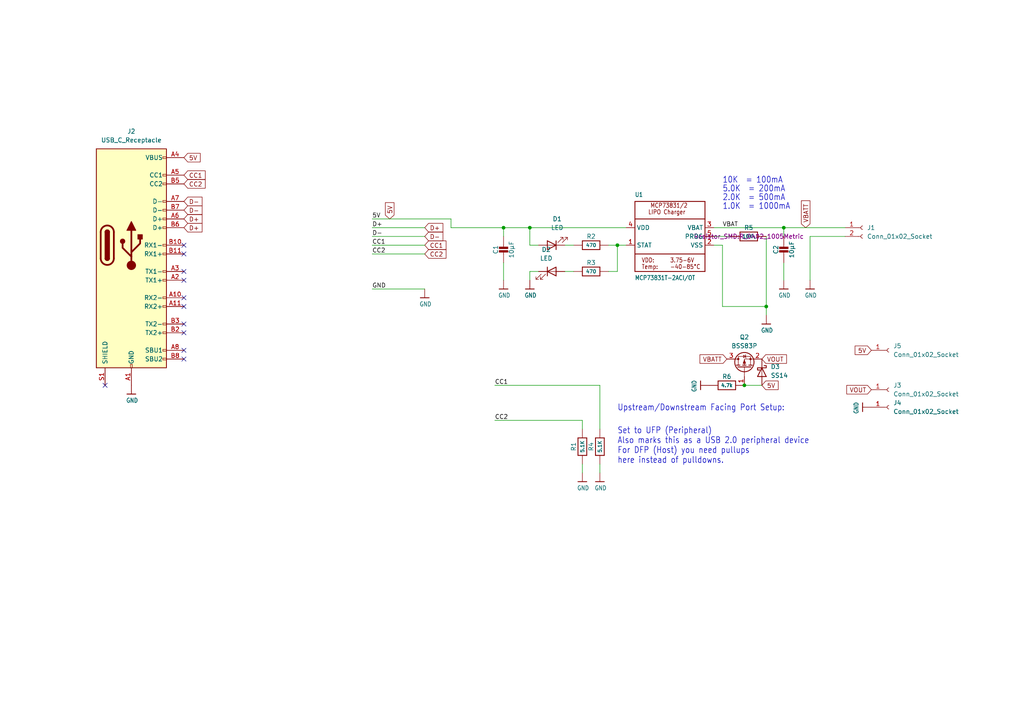
<source format=kicad_sch>
(kicad_sch (version 20231120) (generator "eeschema") (generator_version "8.0")
  (paper "A4")
  (lib_symbols
    (symbol "Adafruit USB C microlipo charger-eagle-import:microbuilder_CAP_CERAMIC0805-NOOUTLINE"
      (property "Reference" "C" (at -2.29 1.25 90))
      (symbol "microbuilder_CAP_CERAMIC0805-NOOUTLINE_1_0"
        (rectangle (start -1.27 0.508) (end 1.27 1.016) (fill (type outline)))
        (rectangle (start -1.27 1.524) (end 1.27 2.032) (fill (type outline)))
        (polyline (pts (xy 0 0.762) (xy 0 0)) (stroke (width 0.1524)))
        (polyline (pts (xy 0 2.54) (xy 0 1.778)) (stroke (width 0.1524)))
        (pin passive line (at 0 5.08 270) (length 2.54) (name "1") (number "1"))
        (pin passive line (at 0 -2.54 90) (length 2.54) (name "2") (number "2"))
      )
    )
    (symbol "Adafruit USB C microlipo charger-eagle-import:microbuilder_GND" (power)
      (symbol "microbuilder_GND_1_0"
        (polyline (pts (xy -1.27 0) (xy 1.27 0)) (stroke (width 0.254)))
        (pin power_in line (at 0 2.54 270) (length 2.54) (name "GND") (number "1"))
      )
    )
    (symbol "Adafruit USB C microlipo charger-eagle-import:microbuilder_MCP73831/2"
      (property "Reference" "U" (at -10.16 11.43 0))
      (symbol "microbuilder_MCP73831/2_1_0"
        (polyline (pts (xy -10.16 -5.08) (xy -10.16 -10.16)) (stroke (width 0.254)))
        (polyline (pts (xy -10.16 -5.08) (xy -10.16 5.08)) (stroke (width 0.254)))
        (polyline (pts (xy -10.16 5.08) (xy 10.16 5.08)) (stroke (width 0.254)))
        (polyline (pts (xy -10.16 10.16) (xy -10.16 5.08)) (stroke (width 0.254)))
        (polyline (pts (xy -10.16 10.16) (xy 10.16 10.16)) (stroke (width 0.254)))
        (polyline (pts (xy 10.16 -10.16) (xy -10.16 -10.16)) (stroke (width 0.254)))
        (polyline (pts (xy 10.16 -5.08) (xy -10.16 -5.08)) (stroke (width 0.254)))
        (polyline (pts (xy 10.16 -5.08) (xy 10.16 -10.16)) (stroke (width 0.254)))
        (polyline (pts (xy 10.16 5.08) (xy 10.16 -5.08)) (stroke (width 0.254)))
        (polyline (pts (xy 10.16 10.16) (xy 10.16 5.08)) (stroke (width 0.254)))
        (text "-40-85°C" (at 0 -9.525 0) (effects (font (size 1.27 1.0795)) (justify left bottom)))
        (text "3.75-6V" (at 0 -7.62 0) (effects (font (size 1.27 1.0795)) (justify left bottom)))
        (text "LIPO Charger" (at -6.35 6.35 0) (effects (font (size 1.27 1.0795)) (justify left bottom)))
        (text "MCP73831/2" (at -5.715 8.255 0) (effects (font (size 1.27 1.0795)) (justify left bottom)))
        (text "Temp:" (at -8.255 -9.525 0) (effects (font (size 1.27 1.0795)) (justify left bottom)))
        (text "VDD:" (at -8.255 -7.62 0) (effects (font (size 1.27 1.0795)) (justify left bottom)))
        (pin output line (at -12.7 -2.54 0) (length 2.54) (name "STAT") (number "1"))
        (pin power_in line (at 12.7 -2.54 180) (length 2.54) (name "VSS") (number "2"))
        (pin power_in line (at 12.7 2.54 180) (length 2.54) (name "VBAT") (number "3"))
        (pin power_in line (at -12.7 2.54 0) (length 2.54) (name "VDD") (number "4"))
        (pin input line (at 12.7 0 180) (length 2.54) (name "PROG") (number "5"))
      )
    )
    (symbol "Adafruit USB C microlipo charger-eagle-import:microbuilder_RESISTOR_0603_NOOUT"
      (property "Reference" "R" (at 0 2.54 0))
      (symbol "microbuilder_RESISTOR_0603_NOOUT_1_0"
        (polyline (pts (xy -2.54 -1.27) (xy -2.54 1.27)) (stroke (width 0.254)))
        (polyline (pts (xy -2.54 1.27) (xy 2.54 1.27)) (stroke (width 0.254)))
        (polyline (pts (xy 2.54 -1.27) (xy -2.54 -1.27)) (stroke (width 0.254)))
        (polyline (pts (xy 2.54 1.27) (xy 2.54 -1.27)) (stroke (width 0.254)))
        (pin passive line (at -5.08 0 0) (length 2.54) (name "1") (number "1"))
        (pin passive line (at 5.08 0 180) (length 2.54) (name "2") (number "2"))
      )
    )
    (symbol "Connector:Conn_01x01_Socket" (pin_names (offset 1.016) hide)
      (property "Reference" "J" (at 0 2.54 0))
      (property "Value" "Conn_01x01_Socket" (at 0 -2.54 0))
      (symbol "Conn_01x01_Socket_1_1"
        (polyline (pts (xy -1.27 0) (xy -0.508 0)) (stroke (width 0.1524)))
        (arc (start 0 0.508) (mid -0.5058 0) (end 0 -0.508) (stroke (width 0.1524)))
        (pin passive line (at -5.08 0 0) (length 3.81) (name "Pin_1") (number "1"))
      )
    )
    (symbol "Connector:Conn_01x02_Socket" (pin_names (offset 1.016) hide)
      (property "Reference" "J" (at 0 2.54 0))
      (property "Value" "Conn_01x02_Socket" (at 0 -5.08 0))
      (symbol "Conn_01x02_Socket_1_1"
        (arc (start 0 -2.032) (mid -0.5058 -2.54) (end 0 -3.048) (stroke (width 0.1524)))
        (polyline (pts (xy -1.27 -2.54) (xy -0.508 -2.54)) (stroke (width 0.1524)))
        (polyline (pts (xy -1.27 0) (xy -0.508 0)) (stroke (width 0.1524)))
        (arc (start 0 0.508) (mid -0.5058 0) (end 0 -0.508) (stroke (width 0.1524)))
        (pin passive line (at -5.08 0 0) (length 3.81) (name "Pin_1") (number "1"))
        (pin passive line (at -5.08 -2.54 0) (length 3.81) (name "Pin_2") (number "2"))
      )
    )
    (symbol "Connector:USB_C_Receptacle" (pin_names (offset 1.016))
      (property "Reference" "J" (at -10.16 29.21 0))
      (property "Value" "USB_C_Receptacle" (at 10.16 29.21 0))
      (symbol "USB_C_Receptacle_0_0"
        (rectangle (start -0.254 -35.56) (end 0.254 -34.544))
        (rectangle (start 10.16 -32.766) (end 9.144 -33.274))
        (rectangle (start 10.16 -30.226) (end 9.144 -30.734))
        (rectangle (start 10.16 -25.146) (end 9.144 -25.654))
        (rectangle (start 10.16 -22.606) (end 9.144 -23.114))
        (rectangle (start 10.16 -17.526) (end 9.144 -18.034))
        (rectangle (start 10.16 -14.986) (end 9.144 -15.494))
        (rectangle (start 10.16 -9.906) (end 9.144 -10.414))
        (rectangle (start 10.16 -7.366) (end 9.144 -7.874))
        (rectangle (start 10.16 -2.286) (end 9.144 -2.794))
        (rectangle (start 10.16 0.254) (end 9.144 -0.254))
        (rectangle (start 10.16 5.334) (end 9.144 4.826))
        (rectangle (start 10.16 7.874) (end 9.144 7.366))
        (rectangle (start 10.16 10.414) (end 9.144 9.906))
        (rectangle (start 10.16 12.954) (end 9.144 12.446))
        (rectangle (start 10.16 18.034) (end 9.144 17.526))
        (rectangle (start 10.16 20.574) (end 9.144 20.066))
        (rectangle (start 10.16 25.654) (end 9.144 25.146))
      )
      (symbol "USB_C_Receptacle_0_1"
        (rectangle (start -10.16 27.94) (end 10.16 -35.56) (stroke (width 0.254)) (fill (type background)))
        (arc (start -8.89 -3.81) (mid -6.985 -5.7067) (end -5.08 -3.81) (stroke (width 0.508)))
        (arc (start -7.62 -3.81) (mid -6.985 -4.4423) (end -6.35 -3.81) (stroke (width 0.254)))
        (arc (start -7.62 -3.81) (mid -6.985 -4.4423) (end -6.35 -3.81) (stroke (width 0.254)) (fill (type outline)))
        (rectangle (start -7.62 -3.81) (end -6.35 3.81) (stroke (width 0.254)) (fill (type outline)))
        (arc (start -6.35 3.81) (mid -6.985 4.4423) (end -7.62 3.81) (stroke (width 0.254)))
        (arc (start -6.35 3.81) (mid -6.985 4.4423) (end -7.62 3.81) (stroke (width 0.254)) (fill (type outline)))
        (arc (start -5.08 3.81) (mid -6.985 5.7067) (end -8.89 3.81) (stroke (width 0.508)))
        (polyline (pts (xy -8.89 -3.81) (xy -8.89 3.81)) (stroke (width 0.508)))
        (polyline (pts (xy -5.08 3.81) (xy -5.08 -3.81)) (stroke (width 0.508)))
      )
      (symbol "USB_C_Receptacle_1_1"
        (circle (center -2.54 1.143) (radius 0.635) (stroke (width 0.254)) (fill (type outline)))
        (circle (center 0 -5.842) (radius 1.27) (fill (type outline)))
        (polyline (pts (xy 0 -5.842) (xy 0 4.318)) (stroke (width 0.508)))
        (polyline (pts (xy 0 -3.302) (xy -2.54 -0.762) (xy -2.54 0.508)) (stroke (width 0.508)))
        (polyline (pts (xy 0 -2.032) (xy 2.54 0.508) (xy 2.54 1.778)) (stroke (width 0.508)))
        (polyline (pts (xy -1.27 4.318) (xy 0 6.858) (xy 1.27 4.318) (xy -1.27 4.318)) (stroke (width 0.254)) (fill (type outline)))
        (rectangle (start 1.905 1.778) (end 3.175 3.048) (stroke (width 0.254)) (fill (type outline)))
        (pin passive line (at 0 -40.64 90) (length 5.08) (name "GND") (number "A1"))
        (pin bidirectional line (at 15.24 -15.24 180) (length 5.08) (name "RX2-") (number "A10"))
        (pin bidirectional line (at 15.24 -17.78 180) (length 5.08) (name "RX2+") (number "A11"))
        (pin passive line (at 0 -40.64 90) (length 5.08) hide (name "GND") (number "A12"))
        (pin bidirectional line (at 15.24 -10.16 180) (length 5.08) (name "TX1+") (number "A2"))
        (pin bidirectional line (at 15.24 -7.62 180) (length 5.08) (name "TX1-") (number "A3"))
        (pin passive line (at 15.24 25.4 180) (length 5.08) (name "VBUS") (number "A4"))
        (pin bidirectional line (at 15.24 20.32 180) (length 5.08) (name "CC1") (number "A5"))
        (pin bidirectional line (at 15.24 7.62 180) (length 5.08) (name "D+") (number "A6"))
        (pin bidirectional line (at 15.24 12.7 180) (length 5.08) (name "D-") (number "A7"))
        (pin bidirectional line (at 15.24 -30.48 180) (length 5.08) (name "SBU1") (number "A8"))
        (pin passive line (at 15.24 25.4 180) (length 5.08) hide (name "VBUS") (number "A9"))
        (pin passive line (at 0 -40.64 90) (length 5.08) hide (name "GND") (number "B1"))
        (pin bidirectional line (at 15.24 0 180) (length 5.08) (name "RX1-") (number "B10"))
        (pin bidirectional line (at 15.24 -2.54 180) (length 5.08) (name "RX1+") (number "B11"))
        (pin passive line (at 0 -40.64 90) (length 5.08) hide (name "GND") (number "B12"))
        (pin bidirectional line (at 15.24 -25.4 180) (length 5.08) (name "TX2+") (number "B2"))
        (pin bidirectional line (at 15.24 -22.86 180) (length 5.08) (name "TX2-") (number "B3"))
        (pin passive line (at 15.24 25.4 180) (length 5.08) hide (name "VBUS") (number "B4"))
        (pin bidirectional line (at 15.24 17.78 180) (length 5.08) (name "CC2") (number "B5"))
        (pin bidirectional line (at 15.24 5.08 180) (length 5.08) (name "D+") (number "B6"))
        (pin bidirectional line (at 15.24 10.16 180) (length 5.08) (name "D-") (number "B7"))
        (pin bidirectional line (at 15.24 -33.02 180) (length 5.08) (name "SBU2") (number "B8"))
        (pin passive line (at 15.24 25.4 180) (length 5.08) hide (name "VBUS") (number "B9"))
        (pin passive line (at -7.62 -40.64 90) (length 5.08) (name "SHIELD") (number "S1"))
      )
    )
    (symbol "Device:LED" (pin_numbers hide) (pin_names (offset 1.016) hide)
      (property "Reference" "D" (at 0 2.54 0))
      (property "Value" "LED" (at 0 -2.54 0))
      (symbol "LED_0_1"
        (polyline (pts (xy -1.27 -1.27) (xy -1.27 1.27)) (stroke (width 0.254)))
        (polyline (pts (xy -1.27 0) (xy 1.27 0)))
        (polyline (pts (xy 1.27 -1.27) (xy 1.27 1.27) (xy -1.27 0) (xy 1.27 -1.27)) (stroke (width 0.254)))
        (polyline (pts (xy -3.048 -0.762) (xy -4.572 -2.286) (xy -3.81 -2.286) (xy -4.572 -2.286) (xy -4.572 -1.524)))
        (polyline (pts (xy -1.778 -0.762) (xy -3.302 -2.286) (xy -2.54 -2.286) (xy -3.302 -2.286) (xy -3.302 -1.524)))
      )
      (symbol "LED_1_1"
        (pin passive line (at -3.81 0 0) (length 2.54) (name "K") (number "1"))
        (pin passive line (at 3.81 0 180) (length 2.54) (name "A") (number "2"))
      )
    )
    (symbol "Diode:SS18" (pin_numbers hide) (pin_names (offset 1.016) hide)
      (property "Reference" "D" (at 0 2.54 0))
      (property "Value" "SS18" (at 0 -2.54 0))
      (symbol "SS18_0_1"
        (polyline (pts (xy 1.27 0) (xy -1.27 0)))
        (polyline (pts (xy 1.27 1.27) (xy 1.27 -1.27) (xy -1.27 0) (xy 1.27 1.27)) (stroke (width 0.254)))
        (polyline (pts (xy -1.905 0.635) (xy -1.905 1.27) (xy -1.27 1.27) (xy -1.27 -1.27) (xy -0.635 -1.27) (xy -0.635 -0.635)) (stroke (width 0.254)))
      )
      (symbol "SS18_1_1"
        (pin passive line (at -3.81 0 0) (length 2.54) (name "K") (number "1"))
        (pin passive line (at 3.81 0 180) (length 2.54) (name "A") (number "2"))
      )
    )
    (symbol "Transistor_FET:BSS83P" (pin_names hide)
      (property "Reference" "Q" (at 5.08 1.905 0))
      (property "Value" "BSS83P" (at 5.08 0 0))
      (symbol "BSS83P_0_1"
        (polyline (pts (xy 0.254 0) (xy -2.54 0)))
        (polyline (pts (xy 0.254 1.905) (xy 0.254 -1.905)) (stroke (width 0.254)))
        (polyline (pts (xy 0.762 -1.27) (xy 0.762 -2.286)) (stroke (width 0.254)))
        (polyline (pts (xy 0.762 0.508) (xy 0.762 -0.508)) (stroke (width 0.254)))
        (polyline (pts (xy 0.762 2.286) (xy 0.762 1.27)) (stroke (width 0.254)))
        (polyline (pts (xy 2.54 2.54) (xy 2.54 1.778)))
        (polyline (pts (xy 2.54 -2.54) (xy 2.54 0) (xy 0.762 0)))
        (polyline (pts (xy 0.762 1.778) (xy 3.302 1.778) (xy 3.302 -1.778) (xy 0.762 -1.778)))
        (polyline (pts (xy 2.286 0) (xy 1.27 0.381) (xy 1.27 -0.381) (xy 2.286 0)) (fill (type outline)))
        (polyline (pts (xy 2.794 -0.508) (xy 2.921 -0.381) (xy 3.683 -0.381) (xy 3.81 -0.254)))
        (polyline (pts (xy 3.302 -0.381) (xy 2.921 0.254) (xy 3.683 0.254) (xy 3.302 -0.381)))
        (circle (center 1.651 0) (radius 2.794) (stroke (width 0.254)))
        (circle (center 2.54 -1.778) (radius 0.254) (fill (type outline)))
        (circle (center 2.54 1.778) (radius 0.254) (fill (type outline)))
      )
      (symbol "BSS83P_1_1"
        (pin input line (at -5.08 0 0) (length 2.54) (name "G") (number "1"))
        (pin passive line (at 2.54 -5.08 90) (length 2.54) (name "S") (number "2"))
        (pin passive line (at 2.54 5.08 270) (length 2.54) (name "D") (number "3"))
      )
    )
  )
  (junction (at 215.9 111.76))
  (junction (at 153.67 66.04))
  (junction (at 146.05 66.04))
  (junction (at 179.07 71.12))
  (junction (at 222.25 88.9))
  (junction (at 227.33 66.04))
  (no_connect (at 53.34 86.36))
  (no_connect (at 53.34 73.66))
  (no_connect (at 53.34 78.74))
  (no_connect (at 53.34 93.98))
  (no_connect (at 53.34 88.9))
  (no_connect (at 53.34 81.28))
  (no_connect (at 53.34 104.14))
  (no_connect (at 53.34 71.12))
  (no_connect (at 53.34 101.6))
  (no_connect (at 53.34 96.52))
  (no_connect (at 30.48 111.76))
  (wire (pts (xy 107.95 73.66) (xy 123.19 73.66)) (stroke (width 0.1524)))
  (wire (pts (xy 179.07 71.12) (xy 181.61 71.12)) (stroke (width 0.1524)))
  (wire (pts (xy 168.91 134.62) (xy 168.91 137.16)) (stroke (width 0.1524)))
  (wire (pts (xy 222.25 68.58) (xy 222.25 88.9)) (stroke (width 0.1524)))
  (wire (pts (xy 179.07 78.74) (xy 179.07 71.12)) (stroke (width 0.1524)))
  (wire (pts (xy 168.91 121.92) (xy 168.91 124.46)) (stroke (width 0.1524)))
  (wire (pts (xy 166.37 78.74) (xy 163.83 78.74)) (stroke (width 0.1524)))
  (wire (pts (xy 107.95 66.04) (xy 123.19 66.04)) (stroke (width 0.1524)))
  (wire (pts (xy 176.53 71.12) (xy 179.07 71.12)) (stroke (width 0.1524)))
  (wire (pts (xy 227.33 68.58) (xy 227.33 66.04)) (stroke (width 0.1524)))
  (wire (pts (xy 153.67 78.74) (xy 153.67 81.28)) (stroke (width 0.1524)))
  (wire (pts (xy 146.05 76.2) (xy 146.05 81.28)) (stroke (width 0.1524)))
  (wire (pts (xy 209.55 71.12) (xy 209.55 88.9)) (stroke (width 0.1524)))
  (wire (pts (xy 176.53 78.74) (xy 179.07 78.74)) (stroke (width 0.1524)))
  (wire (pts (xy 227.33 66.04) (xy 245.11 66.04)) (stroke (width 0.1524)))
  (wire (pts (xy 153.67 71.12) (xy 153.67 66.04)) (stroke (width 0.1524)))
  (wire (pts (xy 156.21 78.74) (xy 153.67 78.74)) (stroke (width 0.1524)))
  (wire (pts (xy 107.95 68.58) (xy 123.19 68.58)) (stroke (width 0.1524)))
  (wire (pts (xy 130.81 63.5) (xy 107.95 63.5)) (stroke (width 0.1524)))
  (wire (pts (xy 146.05 66.04) (xy 153.67 66.04)) (stroke (width 0.1524)))
  (wire (pts (xy 234.95 68.58) (xy 245.11 68.58)) (stroke (width 0.1524)))
  (wire (pts (xy 207.01 71.12) (xy 209.55 71.12)) (stroke (width 0.1524)))
  (wire (pts (xy 209.55 88.9) (xy 222.25 88.9)) (stroke (width 0.1524)))
  (wire (pts (xy 227.33 76.2) (xy 227.33 81.28)) (stroke (width 0.1524)))
  (wire (pts (xy 107.95 71.12) (xy 123.19 71.12)) (stroke (width 0.1524)))
  (wire (pts (xy 173.99 137.16) (xy 173.99 134.62)) (stroke (width 0.1524)))
  (wire (pts (xy 130.81 66.04) (xy 146.05 66.04)) (stroke (width 0.1524)))
  (wire (pts (xy 153.67 66.04) (xy 181.61 66.04)) (stroke (width 0.1524)))
  (wire (pts (xy 123.19 83.82) (xy 107.95 83.82)) (stroke (width 0.1524)))
  (wire (pts (xy 143.51 111.76) (xy 173.99 111.76)) (stroke (width 0.1524)))
  (wire (pts (xy 143.51 121.92) (xy 168.91 121.92)) (stroke (width 0.1524)))
  (wire (pts (xy 146.05 68.58) (xy 146.05 66.04)) (stroke (width 0.1524)))
  (wire (pts (xy 207.01 68.58) (xy 212.09 68.58)) (stroke (width 0.1524)))
  (wire (pts (xy 215.9 111.76) (xy 220.98 111.76)))
  (wire (pts (xy 227.33 66.04) (xy 207.01 66.04)) (stroke (width 0.1524)))
  (wire (pts (xy 222.25 88.9) (xy 222.25 91.44)) (stroke (width 0.1524)))
  (wire (pts (xy 156.21 71.12) (xy 153.67 71.12)) (stroke (width 0.1524)))
  (wire (pts (xy 234.95 68.58) (xy 234.95 81.28)) (stroke (width 0.1524)))
  (wire (pts (xy 130.81 63.5) (xy 130.81 66.04)) (stroke (width 0.1524)))
  (wire (pts (xy 173.99 111.76) (xy 173.99 124.46)) (stroke (width 0.1524)))
  (wire (pts (xy 163.83 71.12) (xy 166.37 71.12)) (stroke (width 0.1524)))
  (text "5.0K  = 200mA" (at 209.55 55.88 0) (effects (font (size 1.778 1.5113)) (justify left bottom)))
  (text "Upstream/Downstream Facing Port Setup:" (at 179.07 119.38 0) (effects (font (size 1.778 1.5113)) (justify left bottom)))
  (text "1.0K  = 1000mA" (at 209.55 60.96 0) (effects (font (size 1.778 1.5113)) (justify left bottom)))
  (text "2.0K  = 500mA" (at 209.55 58.42 0) (effects (font (size 1.778 1.5113)) (justify left bottom)))
  (text "Set to UFP (Peripheral)\nAlso marks this as a USB 2.0 peripheral device\nFor DFP (Host) you need pullups\nhere instead of pulldowns." (at 179.07 134.62 0) (effects (font (size 1.778 1.5113)) (justify left bottom)))
  (text "10K  = 100mA" (at 209.55 53.34 0) (effects (font (size 1.778 1.5113)) (justify left bottom)))
  (label "CC2" (at 143.51 121.92 0) (effects (font (size 1.2446 1.2446))))
  (label "CC1" (at 107.95 71.12 0) (effects (font (size 1.2446 1.2446))))
  (label "GND" (at 107.95 83.82 0) (effects (font (size 1.2446 1.2446))))
  (label "CC2" (at 107.95 73.66 0) (effects (font (size 1.2446 1.2446))))
  (label "VBAT" (at 209.55 66.04 0) (effects (font (size 1.2446 1.2446))))
  (label "D-" (at 107.95 68.58 0) (effects (font (size 1.2446 1.2446))))
  (label "5V" (at 107.95 63.5 0) (effects (font (size 1.2446 1.2446))))
  (label "D+" (at 107.95 66.04 0) (effects (font (size 1.2446 1.2446))))
  (label "CC1" (at 143.51 111.76 0) (effects (font (size 1.2446 1.2446))))
  (global_label "5V" (shape input) (at 252.73 101.6 180) (property "Intersheetrefs" "${INTERSHEET_REFS}" (effects (hide yes))))
  (global_label "CC2" (shape input) (at 123.19 73.66 0) (property "Intersheetrefs" "${INTERSHEET_REFS}" (effects (hide yes))))
  (global_label "VOUT" (shape input) (at 220.98 104.14 0) (property "Intersheetrefs" "${INTERSHEET_REFS}" (effects (hide yes))))
  (global_label "5V" (shape input) (at 113.03 63.5 90) (property "Intersheetrefs" "${INTERSHEET_REFS}" (effects (hide yes))))
  (global_label "D+" (shape input) (at 123.19 66.04 0) (property "Intersheetrefs" "${INTERSHEET_REFS}" (effects (hide yes))))
  (global_label "CC1" (shape input) (at 123.19 71.12 0) (property "Intersheetrefs" "${INTERSHEET_REFS}" (effects (hide yes))))
  (global_label "D+" (shape input) (at 53.34 66.04 0) (property "Intersheetrefs" "${INTERSHEET_REFS}" (effects (hide yes))))
  (global_label "D-" (shape input) (at 123.19 68.58 0) (property "Intersheetrefs" "${INTERSHEET_REFS}" (effects (hide yes))))
  (global_label "5V" (shape input) (at 53.34 45.72 0) (property "Intersheetrefs" "${INTERSHEET_REFS}" (effects (hide yes))))
  (global_label "5V" (shape input) (at 220.98 111.76 0) (property "Intersheetrefs" "${INTERSHEET_REFS}" (effects (hide yes))))
  (global_label "D-" (shape input) (at 53.34 60.96 0) (property "Intersheetrefs" "${INTERSHEET_REFS}" (effects (hide yes))))
  (global_label "VBATT" (shape input) (at 210.82 104.14 180) (property "Intersheetrefs" "${INTERSHEET_REFS}" (effects (hide yes))))
  (global_label "CC2" (shape input) (at 53.34 53.34 0) (property "Intersheetrefs" "${INTERSHEET_REFS}" (effects (hide yes))))
  (global_label "VBATT" (shape input) (at 233.68 66.04 90) (property "Intersheetrefs" "${INTERSHEET_REFS}" (effects (hide yes))))
  (global_label "VOUT" (shape input) (at 252.73 113.03 180) (property "Intersheetrefs" "${INTERSHEET_REFS}" (effects (hide yes))))
  (global_label "D+" (shape input) (at 53.34 63.5 0) (property "Intersheetrefs" "${INTERSHEET_REFS}" (effects (hide yes))))
  (global_label "CC1" (shape input) (at 53.34 50.8 0) (property "Intersheetrefs" "${INTERSHEET_REFS}" (effects (hide yes))))
  (global_label "D-" (shape input) (at 53.34 58.42 0) (property "Intersheetrefs" "${INTERSHEET_REFS}" (effects (hide yes))))
  (symbol (lib_id "Adafruit USB C microlipo charger-eagle-import:microbuilder_GND") (at 173.99 139.7 0) (unit 1)
    (property "Reference" "#U$05" (effects (hide yes)))
    (property "Value" "GND" (at 172.466 142.24 0) (effects (font (size 1.27 1.0795)) (justify left bottom)))
  )
  (symbol (lib_id "Connector:USB_C_Receptacle") (at 38.1 71.12 0) (unit 1)
    (property "Reference" "J2" (at 38.1 38.1 0))
    (property "Value" "USB_C_Receptacle" (at 38.1 40.64 0))
    (property "Footprint" "Connector_USB:USB_C_Receptacle_GCT_USB4125-xx-x-0190_6P_TopMnt_Horizontal" (effects (hide yes)))
    (property "Datasheet" "https://www.usb.org/sites/default/files/documents/usb_type-c.zip" (effects (hide yes)))
    (property "Description" "USB Full-Featured Type-C Receptacle connector" (effects (hide yes)))
    (property "JLCPCB" "C29780875" (effects (hide yes)))
  )
  (symbol (lib_id "Adafruit USB C microlipo charger-eagle-import:microbuilder_GND") (at 250.19 118.11 270) (unit 1)
    (property "Reference" "#U$010" (effects (hide yes)))
    (property "Value" "GND" (at 247.65 116.586 0) (effects (font (size 1.27 1.0795)) (justify left bottom)))
  )
  (symbol (lib_id "Adafruit USB C microlipo charger-eagle-import:microbuilder_RESISTOR_0603_NOOUT") (at 210.82 111.76 0) (unit 1)
    (property "Reference" "R6" (at 210.82 109.22 0))
    (property "Value" "4.7k" (at 210.82 111.76 0) (effects (font (size 1.016 1.016) (bold yes))))
    (property "Footprint" "Resistor_SMD:R_0402_1005Metric" (effects (hide yes)))
  )
  (symbol (lib_id "Transistor_FET:BSS83P") (at 215.9 106.68 90) (unit 1)
    (property "Reference" "Q2" (at 215.9 97.79 90))
    (property "Value" "BSS83P" (at 215.9 100.33 90))
    (property "Footprint" "Package_TO_SOT_SMD:SOT-23" (effects (hide yes)))
    (property "Datasheet" "http://www.farnell.com/datasheets/1835997.pdf" (effects (hide yes)))
    (property "Description" "-0.33A Id, -60V Vds, P-Channel MOSFET, SOT-23" (effects (hide yes)))
    (property "JLCPCB" "C10487" (effects (hide yes)))
  )
  (symbol (lib_id "Adafruit USB C microlipo charger-eagle-import:microbuilder_CAP_CERAMIC0805-NOOUTLINE") (at 146.05 73.66 0) (unit 1)
    (property "Reference" "C1" (at 143.76 72.41 90))
    (property "Value" "10µF" (at 148.35 72.41 90))
    (property "Footprint" "Capacitor_SMD:C_0402_1005Metric" (effects (hide yes)))
  )
  (symbol (lib_id "Connector:Conn_01x01_Socket") (at 257.81 113.03 0) (unit 1)
    (property "Reference" "J3" (at 259.08 111.7599 0) (effects (justify left)))
    (property "Value" "Conn_01x02_Socket" (at 259.08 114.2999 0) (effects (justify left)))
    (property "Footprint" "Connector_PinHeader_2.54mm:PinHeader_1x01_P2.54mm_Vertical" (effects (hide yes)))
    (property "Description" "Generic connector, single row, 01x01, script generated" (effects (hide yes)))
  )
  (symbol (lib_id "Adafruit USB C microlipo charger-eagle-import:microbuilder_CAP_CERAMIC0805-NOOUTLINE") (at 227.33 73.66 0) (unit 1)
    (property "Reference" "C2" (at 225.04 72.41 90))
    (property "Value" "10µF" (at 229.63 72.41 90))
    (property "Footprint" "Capacitor_SMD:C_0402_1005Metric" (effects (hide yes)))
  )
  (symbol (lib_id "Adafruit USB C microlipo charger-eagle-import:microbuilder_RESISTOR_0603_NOOUT") (at 171.45 78.74 0) (unit 1)
    (property "Reference" "R3" (at 171.45 76.2 0))
    (property "Value" "470" (at 171.45 78.74 0) (effects (font (size 1.016 1.016) (bold yes))))
    (property "Footprint" "Resistor_SMD:R_0402_1005Metric" (effects (hide yes)))
  )
  (symbol (lib_id "Adafruit USB C microlipo charger-eagle-import:microbuilder_GND") (at 203.2 111.76 270) (unit 1)
    (property "Reference" "#U$011" (effects (hide yes)))
    (property "Value" "GND" (at 200.66 110.236 0) (effects (font (size 1.27 1.0795)) (justify left bottom)))
  )
  (symbol (lib_id "Adafruit USB C microlipo charger-eagle-import:microbuilder_RESISTOR_0603_NOOUT") (at 168.91 129.54 90) (unit 1)
    (property "Reference" "R1" (at 166.37 129.54 0))
    (property "Value" "5.1K" (at 168.91 129.54 0) (effects (font (size 1.016 1.016) (bold yes))))
    (property "Footprint" "Resistor_SMD:R_0402_1005Metric" (effects (hide yes)))
  )
  (symbol (lib_id "Adafruit USB C microlipo charger-eagle-import:microbuilder_RESISTOR_0603_NOOUT") (at 171.45 71.12 0) (unit 1)
    (property "Reference" "R2" (at 171.45 68.58 0))
    (property "Value" "470" (at 171.45 71.12 0) (effects (font (size 1.016 1.016) (bold yes))))
    (property "Footprint" "Resistor_SMD:R_0402_1005Metric" (effects (hide yes)))
  )
  (symbol (lib_id "Adafruit USB C microlipo charger-eagle-import:microbuilder_RESISTOR_0603_NOOUT") (at 217.17 68.58 0) (unit 1)
    (property "Reference" "R5" (at 217.17 66.04 0))
    (property "Value" "10K\\" (at 217.17 68.58 0) (effects (font (size 1.016 1.016) (bold yes))))
    (property "Footprint" "Resistor_SMD:R_0402_1005Metric" (at 217.17 68.58 0))
  )
  (symbol (lib_id "Adafruit USB C microlipo charger-eagle-import:microbuilder_GND") (at 222.25 93.98 0) (unit 1)
    (property "Reference" "#U$06" (effects (hide yes)))
    (property "Value" "GND" (at 220.726 96.52 0) (effects (font (size 1.27 1.0795)) (justify left bottom)))
  )
  (symbol (lib_id "Adafruit USB C microlipo charger-eagle-import:microbuilder_GND") (at 38.1 114.3 0) (unit 1)
    (property "Reference" "#U$09" (effects (hide yes)))
    (property "Value" "GND" (at 36.576 116.84 0) (effects (font (size 1.27 1.0795)) (justify left bottom)))
  )
  (symbol (lib_id "Device:LED") (at 160.02 78.74 0) (unit 1)
    (property "Reference" "D2" (at 158.4325 72.39 0))
    (property "Value" "LED" (at 158.4325 74.93 0))
    (property "Footprint" "LED_SMD:LED_0402_1005Metric" (effects (hide yes)))
    (property "Description" "Light emitting diode" (effects (hide yes)))
  )
  (symbol (lib_id "Adafruit USB C microlipo charger-eagle-import:microbuilder_GND") (at 146.05 83.82 0) (unit 1)
    (property "Reference" "#U$02" (effects (hide yes)))
    (property "Value" "GND" (at 144.526 86.36 0) (effects (font (size 1.27 1.0795)) (justify left bottom)))
  )
  (symbol (lib_id "Adafruit USB C microlipo charger-eagle-import:microbuilder_RESISTOR_0603_NOOUT") (at 173.99 129.54 90) (unit 1)
    (property "Reference" "R4" (at 171.45 129.54 0))
    (property "Value" "5.1K" (at 173.99 129.54 0) (effects (font (size 1.016 1.016) (bold yes))))
    (property "Footprint" "Resistor_SMD:R_0402_1005Metric" (effects (hide yes)))
  )
  (symbol (lib_id "Adafruit USB C microlipo charger-eagle-import:microbuilder_GND") (at 168.91 139.7 0) (unit 1)
    (property "Reference" "#U$04" (effects (hide yes)))
    (property "Value" "GND" (at 167.386 142.24 0) (effects (font (size 1.27 1.0795)) (justify left bottom)))
  )
  (symbol (lib_id "Connector:Conn_01x02_Socket") (at 250.19 66.04 0) (unit 1)
    (property "Reference" "J1" (at 251.46 66.0399 0) (effects (justify left)))
    (property "Value" "Conn_01x02_Socket" (at 251.46 68.5799 0) (effects (justify left)))
    (property "Footprint" "Connector_PinHeader_2.54mm:PinHeader_1x02_P2.54mm_Vertical" (effects (hide yes)))
    (property "Description" "Generic connector, single row, 01x02, script generated" (effects (hide yes)))
  )
  (symbol (lib_id "Device:LED") (at 160.02 71.12 180) (unit 1)
    (property "Reference" "D1" (at 161.6075 63.5 0))
    (property "Value" "LED" (at 161.6075 66.04 0))
    (property "Footprint" "LED_SMD:LED_0402_1005Metric" (effects (hide yes)))
    (property "Description" "Light emitting diode" (effects (hide yes)))
  )
  (symbol (lib_id "Adafruit USB C microlipo charger-eagle-import:microbuilder_GND") (at 227.33 83.82 0) (unit 1)
    (property "Reference" "#U$07" (effects (hide yes)))
    (property "Value" "GND" (at 225.806 86.36 0) (effects (font (size 1.27 1.0795)) (justify left bottom)))
  )
  (symbol (lib_id "Adafruit USB C microlipo charger-eagle-import:microbuilder_GND") (at 234.95 83.82 0) (unit 1)
    (property "Reference" "#U$08" (effects (hide yes)))
    (property "Value" "GND" (at 233.426 86.36 0) (effects (font (size 1.27 1.0795)) (justify left bottom)))
  )
  (symbol (lib_id "Adafruit USB C microlipo charger-eagle-import:microbuilder_GND") (at 123.19 86.36 0) (unit 1)
    (property "Reference" "#U$01" (effects (hide yes)))
    (property "Value" "GND" (at 121.666 88.9 0) (effects (font (size 1.27 1.0795)) (justify left bottom)))
  )
  (symbol (lib_id "Connector:Conn_01x01_Socket") (at 257.81 101.6 0) (unit 1)
    (property "Reference" "J5" (at 259.08 100.3299 0) (effects (justify left)))
    (property "Value" "Conn_01x02_Socket" (at 259.08 102.8699 0) (effects (justify left)))
    (property "Footprint" "Connector_PinHeader_2.54mm:PinHeader_1x01_P2.54mm_Vertical" (effects (hide yes)))
    (property "Description" "Generic connector, single row, 01x01, script generated" (effects (hide yes)))
  )
  (symbol (lib_id "Connector:Conn_01x01_Socket") (at 257.81 118.11 0) (unit 1)
    (property "Reference" "J4" (at 259.08 116.8399 0) (effects (justify left)))
    (property "Value" "Conn_01x02_Socket" (at 259.08 119.3799 0) (effects (justify left)))
    (property "Footprint" "Connector_PinHeader_2.54mm:PinHeader_1x01_P2.54mm_Vertical" (effects (hide yes)))
    (property "Description" "Generic connector, single row, 01x01, script generated" (effects (hide yes)))
  )
  (symbol (lib_id "Diode:SS18") (at 220.98 107.95 270) (unit 1)
    (property "Reference" "D3" (at 223.52 106.3624 90) (effects (justify left)))
    (property "Value" "SS14" (at 223.52 108.9024 90) (effects (justify left)))
    (property "Footprint" "Diode_SMD:D_SMA" (effects (hide yes)))
    (property "Datasheet" "https://www.smc-diodes.com/propdf/SS12-SS110%20N0229%20REV.C.pdf" (effects (hide yes)))
    (property "Description" "80V 1A Schottky Diode, SMA" (effects (hide yes)))
    (property "JLCPCB" "C2480" (effects (hide yes)))
  )
  (symbol (lib_id "Adafruit USB C microlipo charger-eagle-import:microbuilder_MCP73831/2") (at 194.31 68.58 0) (unit 1)
    (property "Reference" "U1" (at 184.15 57.15 0) (effects (font (size 1.27 1.0795)) (justify left bottom)))
    (property "Value" "MCP73831T-2ACI/OT" (at 184.15 81.28 0) (effects (font (size 1.27 1.0795)) (justify left bottom)))
    (property "Footprint" "Package_TO_SOT_SMD:SOT-23-5" (effects (hide yes)))
    (property "JLCPCB" "C424093" (effects (hide yes)))
  )
  (symbol (lib_id "Adafruit USB C microlipo charger-eagle-import:microbuilder_GND") (at 153.67 83.82 0) (unit 1)
    (property "Reference" "#U$03" (effects (hide yes)))
    (property "Value" "GND" (at 152.146 86.36 0) (effects (font (size 1.27 1.0795)) (justify left bottom)))
  )
)
</source>
